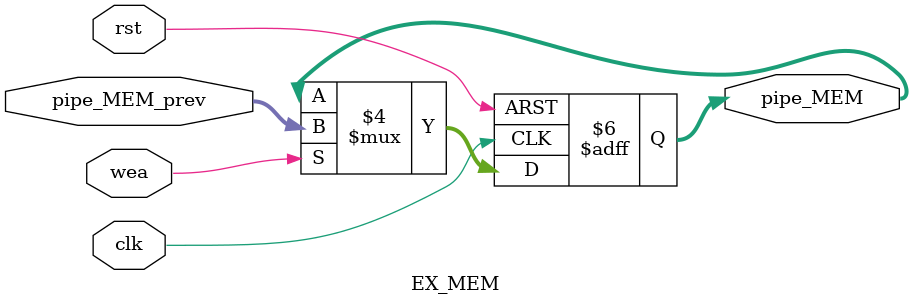
<source format=v>
module EX_MEM #(
    parameter width = 32
)(
    input clk, rst, wea,
    input[width - 1:0] pipe_MEM_prev,
    output reg[width - 1:0] pipe_MEM
);
    always@(posedge clk, posedge rst) begin
        if (rst == 1) pipe_MEM <= 0;
        else if (wea == 1) pipe_MEM <= pipe_MEM_prev;
    end
endmodule
</source>
